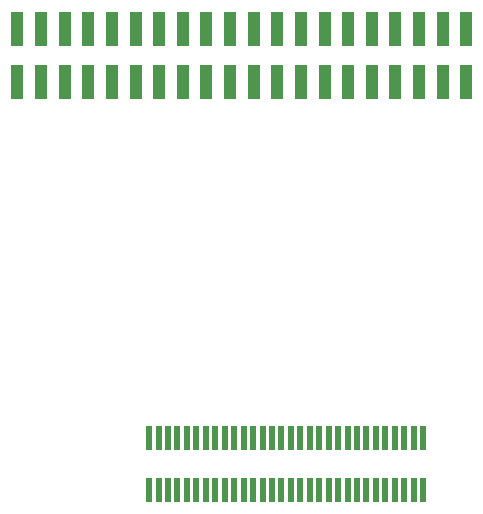
<source format=gbp>
%FSTAX24Y24*%
%MOMM*%
%SFA1B1*%

%IPPOS*%
%ADD12R,0.999998X2.999994*%
%ADD32R,0.499999X1.999996*%
%LNio-testing-mezzanine-1*%
%LPD*%
G54D12*
X199999Y622499D03*
Y577499D03*
X219999Y622499D03*
Y577499D03*
X239999Y622499D03*
Y577499D03*
X259999Y622499D03*
Y577499D03*
X279999Y622499D03*
Y577499D03*
X299999Y622499D03*
Y577499D03*
X319999Y622499D03*
Y577499D03*
X339999Y622499D03*
Y577499D03*
X359999Y622499D03*
Y577499D03*
X379999Y622499D03*
Y577499D03*
X399999Y622499D03*
Y577499D03*
X419999Y622499D03*
Y577499D03*
X439999Y622499D03*
Y577499D03*
X459999Y622499D03*
Y577499D03*
X479999Y622499D03*
Y577499D03*
X499999Y622499D03*
Y577499D03*
X519999Y622499D03*
Y577499D03*
X539999Y622499D03*
Y577499D03*
X559999Y622499D03*
Y577499D03*
X579999Y622499D03*
Y577499D03*
G54D32*
X311499Y276499D03*
X319499Y232499D03*
X327499D03*
X335499D03*
X343499D03*
X351499D03*
X359499D03*
X367499D03*
X375499D03*
X383499D03*
X391499D03*
X399499D03*
X407499D03*
X415499D03*
X423499D03*
X431499D03*
X439499D03*
X447499D03*
X455499D03*
X463499D03*
X471499D03*
X479499D03*
X487499D03*
X495499D03*
X503499D03*
X511499D03*
X519499D03*
X527499D03*
X535499D03*
X543499D03*
X311499D03*
X319499Y276499D03*
X327499D03*
X335499D03*
X343499D03*
X351499D03*
X359499D03*
X367499D03*
X375499D03*
X383499D03*
X391499D03*
X399499D03*
X407499D03*
X415499D03*
X423499D03*
X431499D03*
X439499D03*
X447499D03*
X455499D03*
X463499D03*
X471499D03*
X479499D03*
X487499D03*
X495499D03*
X503499D03*
X511499D03*
X519499D03*
X527499D03*
X535499D03*
X543499D03*
M02*
</source>
